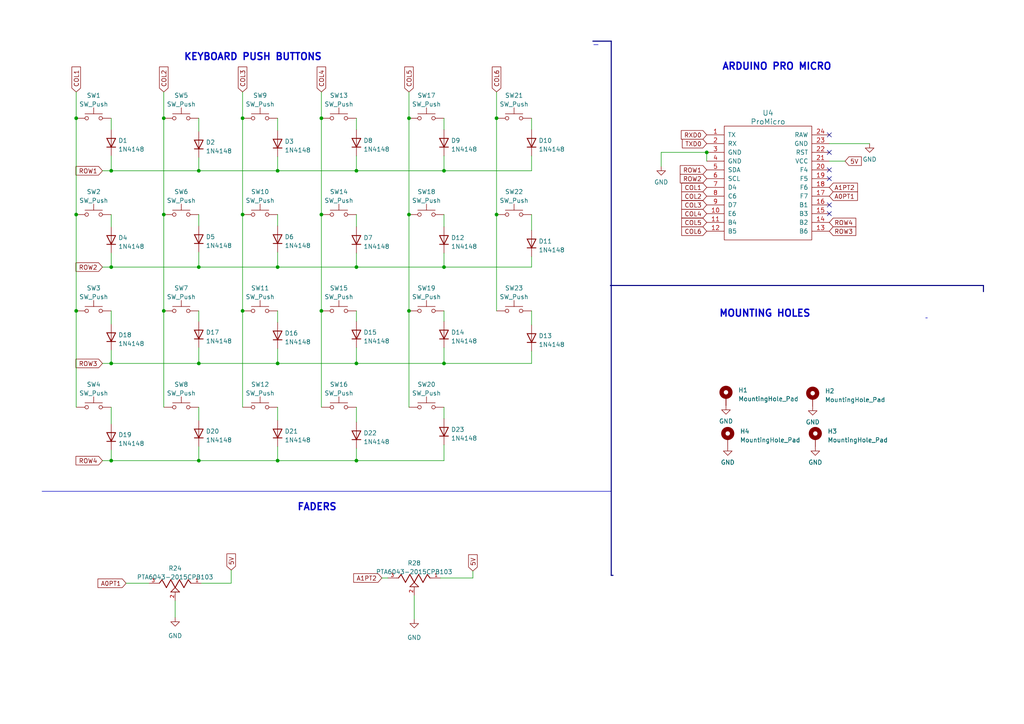
<source format=kicad_sch>
(kicad_sch (version 20230121) (generator eeschema)
  (paper "A4")
  (title_block (title "6*4 Keyboard Matrix") (date "2024-05-02") (rev "1.2") (company "Anmart Developers LTD") (comment 1 "https://anmart.co.ke"))
  (lib_symbols
    (symbol "Diode:1N4148" (pin_numbers hide) (pin_names hide)
      (property "Reference" "D" (at 0 2.54 0))
      (property "Value" "1N4148" (at 0 -2.54 0))
      (symbol "1N4148_0_1"
        (polyline (pts (xy -1.27 1.27) (xy -1.27 -1.27)) (stroke (width 0.254)))
        (polyline (pts (xy 1.27 0) (xy -1.27 0)))
        (polyline (pts (xy 1.27 1.27) (xy 1.27 -1.27) (xy -1.27 0) (xy 1.27 1.27)) (stroke (width 0.254)))
      )
      (symbol "1N4148_1_1"
        (pin passive line (at -3.81 0 0) (length 2.54) (name "K") (number "1"))
        (pin passive line (at 3.81 0 180) (length 2.54) (name "A") (number "2"))
      )
    )
    (symbol "Mechanical:MountingHole_Pad" (pin_numbers hide) (pin_names (offset 1.016) hide)
      (property "Reference" "H" (at 0 6.35 0))
      (property "Value" "MountingHole_Pad" (at 0 4.445 0))
      (symbol "MountingHole_Pad_0_1"
        (circle (center 0 1.27) (radius 1.27) (stroke (width 1.27)))
      )
      (symbol "MountingHole_Pad_1_1"
        (pin input line (at 0 -2.54 90) (length 2.54) (name "1") (number "1"))
      )
    )
    (symbol "PTA6043-2015CPB103:PTA6043-2015CPB103" (pin_names (offset 1.016))
      (property "Reference" "R" (at -5.08 5.08 0))
      (property "Value" "PTA6043-2015CPB103" (at -5.08 2.54 0))
      (symbol "PTA6043-2015CPB103_0_0"
        (polyline (pts (xy -5.08 0) (xy -4.572 0)) (stroke (width 0.1524)))
        (polyline (pts (xy -4.572 0) (xy -3.81 1.016)) (stroke (width 0.254)))
        (polyline (pts (xy -3.81 1.016) (xy -2.54 -1.27)) (stroke (width 0.254)))
        (polyline (pts (xy -2.54 -1.27) (xy -1.27 1.016)) (stroke (width 0.254)))
        (polyline (pts (xy -1.27 -2.54) (xy 0 -1.27)) (stroke (width 0.2032)))
        (polyline (pts (xy -1.27 1.016) (xy 0 -1.27)) (stroke (width 0.254)))
        (polyline (pts (xy 0 -1.27) (xy 1.27 -2.54)) (stroke (width 0.2032)))
        (polyline (pts (xy 0 -1.27) (xy 1.27 1.016)) (stroke (width 0.254)))
        (polyline (pts (xy 1.27 -2.54) (xy -1.27 -2.54)) (stroke (width 0.2032)))
        (polyline (pts (xy 1.27 1.016) (xy 2.54 -1.27)) (stroke (width 0.254)))
        (polyline (pts (xy 2.54 -1.27) (xy 3.81 1.016)) (stroke (width 0.254)))
        (polyline (pts (xy 3.81 1.016) (xy 4.572 0)) (stroke (width 0.254)))
        (polyline (pts (xy 4.572 0) (xy 5.08 0)) (stroke (width 0.1524)))
        (pin passive line (at 7.62 0 180) (length 2.54) (name "~") (number "1"))
        (pin passive line (at 0 -5.08 90) (length 2.54) (name "~") (number "2"))
        (pin passive line (at -7.62 0 0) (length 2.54) (name "~") (number "3"))
      )
    )
    (symbol "Switch:SW_Push" (pin_numbers hide) (pin_names (offset 1.016) hide)
      (property "Reference" "SW" (at 1.27 2.54 0))
      (property "Value" "SW_Push" (at 0 -1.524 0))
      (symbol "SW_Push_0_1"
        (circle (center -2.032 0) (radius 0.508))
        (polyline (pts (xy 0 1.27) (xy 0 3.048)))
        (polyline (pts (xy 2.54 1.27) (xy -2.54 1.27)))
        (circle (center 2.032 0) (radius 0.508))
        (pin passive line (at -5.08 0 0) (length 2.54) (name "1") (number "1"))
        (pin passive line (at 5.08 0 180) (length 2.54) (name "2") (number "2"))
      )
    )
    (symbol "power:GND" (power) (pin_names (offset 0))
      (property "Value" "GND" (at 0 -3.81 0))
      (symbol "GND_0_1"
        (polyline (pts (xy 0 0) (xy 0 -1.27) (xy 1.27 -1.27) (xy 0 -2.54) (xy -1.27 -1.27) (xy 0 -1.27)))
      )
      (symbol "GND_1_1"
        (pin power_in line (at 0 0 270) (length 0) hide (name "GND") (number "1"))
      )
    )
    (symbol "promicro:ProMicro" (pin_names (offset 1.016))
      (property "Reference" "U" (at 0 24.13 0))
      (property "Value" "ProMicro" (at 0 -13.97 0))
      (symbol "ProMicro_0_1"
        (rectangle (start -12.7 21.59) (end 12.7 -11.43))
      )
      (symbol "ProMicro_1_1"
        (pin bidirectional line (at -17.78 19.05 0) (length 5.08) (name "TX") (number "1"))
        (pin bidirectional line (at -17.78 -3.81 0) (length 5.08) (name "E6") (number "10"))
        (pin bidirectional line (at -17.78 -6.35 0) (length 5.08) (name "B4") (number "11"))
        (pin bidirectional line (at -17.78 -8.89 0) (length 5.08) (name "B5") (number "12"))
        (pin bidirectional line (at 17.78 -8.89 180) (length 5.08) (name "B6") (number "13"))
        (pin bidirectional line (at 17.78 -6.35 180) (length 5.08) (name "B2") (number "14"))
        (pin bidirectional line (at 17.78 -3.81 180) (length 5.08) (name "B3") (number "15"))
        (pin bidirectional line (at 17.78 -1.27 180) (length 5.08) (name "B1") (number "16"))
        (pin bidirectional line (at 17.78 1.27 180) (length 5.08) (name "F7") (number "17"))
        (pin bidirectional line (at 17.78 3.81 180) (length 5.08) (name "F6") (number "18"))
        (pin bidirectional line (at 17.78 6.35 180) (length 5.08) (name "F5") (number "19"))
        (pin bidirectional line (at -17.78 16.51 0) (length 5.08) (name "RX") (number "2"))
        (pin bidirectional line (at 17.78 8.89 180) (length 5.08) (name "F4") (number "20"))
        (pin power_in line (at 17.78 11.43 180) (length 5.08) (name "VCC") (number "21"))
        (pin input line (at 17.78 13.97 180) (length 5.08) (name "RST") (number "22"))
        (pin power_in line (at 17.78 16.51 180) (length 5.08) (name "GND") (number "23"))
        (pin power_out line (at 17.78 19.05 180) (length 5.08) (name "RAW") (number "24"))
        (pin power_in line (at -17.78 13.97 0) (length 5.08) (name "GND") (number "3"))
        (pin power_in line (at -17.78 11.43 0) (length 5.08) (name "GND") (number "4"))
        (pin bidirectional line (at -17.78 8.89 0) (length 5.08) (name "SDA") (number "5"))
        (pin bidirectional line (at -17.78 6.35 0) (length 5.08) (name "SCL") (number "6"))
        (pin bidirectional line (at -17.78 3.81 0) (length 5.08) (name "D4") (number "7"))
        (pin bidirectional line (at -17.78 1.27 0) (length 5.08) (name "C6") (number "8"))
        (pin bidirectional line (at -17.78 -1.27 0) (length 5.08) (name "D7") (number "9"))
      )
    )
  )
  (junction (at 32.258 49.53))
  (junction (at 70.358 34.29))
  (junction (at 93.218 62.23))
  (junction (at 32.258 133.604))
  (junction (at 118.618 62.23))
  (junction (at 118.618 34.29))
  (junction (at 57.658 77.47))
  (junction (at 103.378 133.604))
  (junction (at 22.098 34.29))
  (junction (at 57.658 49.53))
  (junction (at 80.518 133.604))
  (junction (at 93.218 34.29))
  (junction (at 22.098 62.23))
  (junction (at 57.658 105.41))
  (junction (at 103.378 49.53))
  (junction (at 22.098 90.17))
  (junction (at 32.258 77.47))
  (junction (at 47.498 62.23))
  (junction (at 144.018 34.29))
  (junction (at 128.778 49.53))
  (junction (at 128.778 77.47))
  (junction (at 144.018 62.23))
  (junction (at 70.358 62.23))
  (junction (at 93.218 90.17))
  (junction (at 80.518 105.41))
  (junction (at 103.378 77.47))
  (junction (at 70.358 90.17))
  (junction (at 47.498 90.17))
  (junction (at 32.258 105.41))
  (junction (at 103.378 105.41))
  (junction (at 47.498 34.29))
  (junction (at 57.658 133.604))
  (junction (at 80.518 49.53))
  (junction (at 204.978 44.196))
  (junction (at 128.778 105.41))
  (junction (at 118.618 90.17))
  (junction (at 80.518 77.47))
  (no_connect (at 240.538 39.116))
  (no_connect (at 240.538 49.276))
  (no_connect (at 240.538 44.196))
  (no_connect (at 240.538 51.816))
  (no_connect (at 240.538 59.436))
  (no_connect (at 240.538 61.976))
  (wire (pts (xy 154.178 74.422) (xy 154.178 77.47)))
  (wire (pts (xy 128.778 129.032) (xy 128.778 133.604)))
  (wire (pts (xy 93.218 90.17) (xy 93.218 118.11)))
  (wire (pts (xy 80.518 49.53) (xy 103.378 49.53)))
  (wire (pts (xy 154.178 90.17) (xy 154.178 94.234)))
  (bus (pts (xy 177.292 166.878) (xy 177.8 166.878)))
  (wire (pts (xy 128.778 45.212) (xy 128.778 49.53)))
  (bus (pts (xy 171.958 11.938) (xy 177.292 11.938)))
  (wire (pts (xy 57.658 49.53) (xy 80.518 49.53)))
  (wire (pts (xy 32.258 77.47) (xy 57.658 77.47)))
  (polyline (pts (xy 172.212 12.954) (xy 173.482 12.954)))
  (wire (pts (xy 22.098 62.23) (xy 22.098 90.17)))
  (bus (pts (xy 177.038 82.804) (xy 285.242 82.804)))
  (wire (pts (xy 47.498 26.67) (xy 47.498 34.29)))
  (wire (pts (xy 70.358 26.67) (xy 70.358 34.29)))
  (wire (pts (xy 80.518 133.604) (xy 103.378 133.604)))
  (wire (pts (xy 36.576 169.164) (xy 43.18 169.164)))
  (wire (pts (xy 128.778 49.53) (xy 154.178 49.53)))
  (wire (pts (xy 57.658 100.838) (xy 57.658 105.41)))
  (wire (pts (xy 93.218 34.29) (xy 93.218 62.23)))
  (polyline (pts (xy 102.362 284.988) (xy 102.87 284.988)))
  (wire (pts (xy 128.778 73.406) (xy 128.778 77.47)))
  (wire (pts (xy 128.778 105.41) (xy 154.178 105.41)))
  (wire (pts (xy 32.258 90.17) (xy 32.258 93.98)))
  (wire (pts (xy 29.718 133.604) (xy 32.258 133.604)))
  (wire (pts (xy 29.718 105.41) (xy 32.258 105.41)))
  (wire (pts (xy 103.378 130.048) (xy 103.378 133.604)))
  (wire (pts (xy 240.538 46.736) (xy 245.11 46.736)))
  (wire (pts (xy 103.378 100.838) (xy 103.378 105.41)))
  (wire (pts (xy 204.978 44.196) (xy 204.978 46.736)))
  (wire (pts (xy 70.358 62.23) (xy 70.358 90.17)))
  (wire (pts (xy 57.658 118.11) (xy 57.658 121.92)))
  (wire (pts (xy 67.056 165.354) (xy 67.056 169.164)))
  (wire (pts (xy 154.178 62.23) (xy 154.178 66.802)))
  (wire (pts (xy 47.498 62.23) (xy 47.498 90.17)))
  (wire (pts (xy 32.258 73.406) (xy 32.258 77.47)))
  (wire (pts (xy 128.778 77.47) (xy 154.178 77.47)))
  (wire (pts (xy 154.178 34.29) (xy 154.178 37.592)))
  (wire (pts (xy 80.518 129.54) (xy 80.518 133.604)))
  (wire (pts (xy 70.358 34.29) (xy 70.358 62.23)))
  (wire (pts (xy 103.378 45.212) (xy 103.378 49.53)))
  (wire (pts (xy 29.718 77.47) (xy 32.258 77.47)))
  (bus (pts (xy 177.292 11.938) (xy 177.292 166.878)))
  (wire (pts (xy 93.218 62.23) (xy 93.218 90.17)))
  (wire (pts (xy 103.378 73.406) (xy 103.378 77.47)))
  (wire (pts (xy 80.518 77.47) (xy 103.378 77.47)))
  (wire (pts (xy 93.218 26.67) (xy 93.218 34.29)))
  (polyline (pts (xy 12.192 142.494) (xy 177.292 142.494)))
  (wire (pts (xy 120.142 179.578) (xy 120.142 172.72)))
  (polyline (pts (xy 177.292 142.494) (xy 177.292 142.748)))
  (wire (pts (xy 137.16 167.64) (xy 127.762 167.64)))
  (wire (pts (xy 32.258 49.53) (xy 57.658 49.53)))
  (wire (pts (xy 57.658 45.72) (xy 57.658 49.53)))
  (wire (pts (xy 80.518 34.29) (xy 80.518 37.846)))
  (wire (pts (xy 118.618 26.67) (xy 118.618 34.29)))
  (wire (pts (xy 80.518 62.23) (xy 80.518 65.532)))
  (wire (pts (xy 32.258 101.6) (xy 32.258 105.41)))
  (wire (pts (xy 240.538 41.656) (xy 252.222 41.656)))
  (wire (pts (xy 47.498 34.29) (xy 47.498 62.23)))
  (wire (pts (xy 57.658 34.29) (xy 57.658 38.1)))
  (wire (pts (xy 80.518 45.466) (xy 80.518 49.53)))
  (wire (pts (xy 80.518 118.11) (xy 80.518 121.92)))
  (wire (pts (xy 22.098 34.29) (xy 22.098 62.23)))
  (wire (pts (xy 103.378 90.17) (xy 103.378 93.218)))
  (wire (pts (xy 57.658 105.41) (xy 80.518 105.41)))
  (wire (pts (xy 32.258 130.556) (xy 32.258 133.604)))
  (wire (pts (xy 57.658 73.152) (xy 57.658 77.47)))
  (wire (pts (xy 128.778 100.838) (xy 128.778 105.41)))
  (wire (pts (xy 118.618 34.29) (xy 118.618 62.23)))
  (wire (pts (xy 191.77 44.196) (xy 191.77 48.26)))
  (wire (pts (xy 57.658 129.54) (xy 57.658 133.604)))
  (wire (pts (xy 128.778 118.11) (xy 128.778 121.412)))
  (wire (pts (xy 32.258 45.212) (xy 32.258 49.53)))
  (wire (pts (xy 80.518 101.092) (xy 80.518 105.41)))
  (wire (pts (xy 128.778 34.29) (xy 128.778 37.592)))
  (wire (pts (xy 144.018 34.29) (xy 144.018 62.23)))
  (wire (pts (xy 144.018 62.23) (xy 144.018 90.17)))
  (wire (pts (xy 70.358 90.17) (xy 70.358 118.11)))
  (wire (pts (xy 118.618 62.23) (xy 118.618 90.17)))
  (wire (pts (xy 103.378 133.604) (xy 128.778 133.604)))
  (wire (pts (xy 103.378 118.11) (xy 103.378 122.428)))
  (wire (pts (xy 32.258 133.604) (xy 57.658 133.604)))
  (wire (pts (xy 103.378 77.47) (xy 128.778 77.47)))
  (bus (pts (xy 285.242 82.804) (xy 285.242 84.582)))
  (wire (pts (xy 80.518 73.152) (xy 80.518 77.47)))
  (wire (pts (xy 103.378 34.29) (xy 103.378 37.592)))
  (wire (pts (xy 47.498 90.17) (xy 47.498 118.11)))
  (wire (pts (xy 32.258 62.23) (xy 32.258 65.786)))
  (wire (pts (xy 22.098 90.17) (xy 22.098 118.11)))
  (wire (pts (xy 67.056 169.164) (xy 58.42 169.164)))
  (wire (pts (xy 22.098 26.67) (xy 22.098 34.29)))
  (wire (pts (xy 128.778 90.17) (xy 128.778 93.218)))
  (wire (pts (xy 103.378 49.53) (xy 128.778 49.53)))
  (wire (pts (xy 32.258 105.41) (xy 57.658 105.41)))
  (wire (pts (xy 32.258 118.11) (xy 32.258 122.936)))
  (wire (pts (xy 128.778 62.23) (xy 128.778 65.786)))
  (wire (pts (xy 57.658 77.47) (xy 80.518 77.47)))
  (wire (pts (xy 110.744 167.64) (xy 112.522 167.64)))
  (wire (pts (xy 57.658 90.17) (xy 57.658 93.218)))
  (wire (pts (xy 204.978 44.196) (xy 191.77 44.196)))
  (wire (pts (xy 154.178 45.212) (xy 154.178 49.53)))
  (polyline (pts (xy 172.212 286.512) (xy 173.99 286.512)))
  (wire (pts (xy 80.518 90.17) (xy 80.518 93.472)))
  (wire (pts (xy 80.518 105.41) (xy 103.378 105.41)))
  (wire (pts (xy 103.378 105.41) (xy 128.778 105.41)))
  (polyline (pts (xy 268.478 92.202) (xy 268.986 92.202)))
  (wire (pts (xy 29.718 49.53) (xy 32.258 49.53)))
  (wire (pts (xy 32.258 34.29) (xy 32.258 37.592)))
  (wire (pts (xy 118.618 90.17) (xy 118.618 118.11)))
  (wire (pts (xy 137.16 165.608) (xy 137.16 167.64)))
  (wire (pts (xy 154.178 101.854) (xy 154.178 105.41)))
  (wire (pts (xy 103.378 62.23) (xy 103.378 65.786)))
  (polyline (pts (xy 407.924 173.99) (xy 407.924 174.244)))
  (wire (pts (xy 144.018 26.67) (xy 144.018 34.29)))
  (wire (pts (xy 50.8 179.07) (xy 50.8 174.244)))
  (wire (pts (xy 57.658 62.23) (xy 57.658 65.532)))
  (wire (pts (xy 57.658 133.604) (xy 80.518 133.604)))
  (text "KEYBOARD PUSH BUTTONS" (at 93.472 17.78 0) (effects (font (size 2 2) (thickness 0.4) bold) (justify right bottom)))
  (text "MOUNTING HOLES" (at 235.204 92.202 0) (effects (font (size 2 2) (thickness 0.4) bold) (justify right bottom)))
  (text "ARDUINO PRO MICRO" (at 241.3 20.574 0) (effects (font (size 2 2) (thickness 0.4) bold) (justify right bottom)))
  (text "FADERS\n" (at 97.79 148.336 0) (effects (font (size 2 2) (thickness 0.4) bold) (justify right bottom)))
  (global_label "COL3" (shape input) (at 204.978 59.436 180) (property "Intersheetrefs" "${INTERSHEET_REFS}" (effects hide)))
  (global_label "COL1" (shape input) (at 204.978 54.356 180) (property "Intersheetrefs" "${INTERSHEET_REFS}" (effects hide)))
  (global_label "5V" (shape input) (at 137.16 165.608 90) (property "Intersheetrefs" "${INTERSHEET_REFS}" (effects hide)))
  (global_label "COL4" (shape input) (at 204.978 61.976 180) (property "Intersheetrefs" "${INTERSHEET_REFS}" (effects hide)))
  (global_label "A0PT1" (shape input) (at 240.538 56.896 0) (property "Intersheetrefs" "${INTERSHEET_REFS}" (effects hide)))
  (global_label "RXD0" (shape input) (at 204.978 39.116 180) (property "Intersheetrefs" "${INTERSHEET_REFS}" (effects hide)))
  (global_label "ROW4" (shape input) (at 240.538 64.516 0) (property "Intersheetrefs" "${INTERSHEET_REFS}" (effects hide)))
  (global_label "ROW2" (shape input) (at 204.978 51.816 180) (property "Intersheetrefs" "${INTERSHEET_REFS}" (effects hide)))
  (global_label "ROW2" (shape input) (at 29.718 77.47 180) (property "Intersheetrefs" "${INTERSHEET_REFS}" (effects hide)))
  (global_label "COL6" (shape input) (at 144.018 26.67 90) (property "Intersheetrefs" "${INTERSHEET_REFS}" (effects hide)))
  (global_label "COL1" (shape input) (at 22.098 26.67 90) (property "Intersheetrefs" "${INTERSHEET_REFS}" (effects hide)))
  (global_label "ROW4" (shape input) (at 29.718 133.604 180) (property "Intersheetrefs" "${INTERSHEET_REFS}" (effects hide)))
  (global_label "ROW3" (shape input) (at 240.538 67.056 0) (property "Intersheetrefs" "${INTERSHEET_REFS}" (effects hide)))
  (global_label "A1PT2" (shape input) (at 110.744 167.64 180) (property "Intersheetrefs" "${INTERSHEET_REFS}" (effects hide)))
  (global_label "A0PT1" (shape input) (at 36.576 169.164 180) (property "Intersheetrefs" "${INTERSHEET_REFS}" (effects hide)))
  (global_label "A1PT2" (shape input) (at 240.538 54.356 0) (property "Intersheetrefs" "${INTERSHEET_REFS}" (effects hide)))
  (global_label "TXD0" (shape input) (at 204.978 41.656 180) (property "Intersheetrefs" "${INTERSHEET_REFS}" (effects hide)))
  (global_label "COL5" (shape input) (at 118.618 26.67 90) (property "Intersheetrefs" "${INTERSHEET_REFS}" (effects hide)))
  (global_label "COL4" (shape input) (at 93.218 26.67 90) (property "Intersheetrefs" "${INTERSHEET_REFS}" (effects hide)))
  (global_label "ROW1" (shape input) (at 204.978 49.276 180) (property "Intersheetrefs" "${INTERSHEET_REFS}" (effects hide)))
  (global_label "ROW3" (shape input) (at 29.718 105.41 180) (property "Intersheetrefs" "${INTERSHEET_REFS}" (effects hide)))
  (global_label "5V" (shape input) (at 67.056 165.354 90) (property "Intersheetrefs" "${INTERSHEET_REFS}" (effects hide)))
  (global_label "COL2" (shape input) (at 204.978 56.896 180) (property "Intersheetrefs" "${INTERSHEET_REFS}" (effects hide)))
  (global_label "COL2" (shape input) (at 47.498 26.67 90) (property "Intersheetrefs" "${INTERSHEET_REFS}" (effects hide)))
  (global_label "ROW1" (shape input) (at 29.718 49.53 180) (property "Intersheetrefs" "${INTERSHEET_REFS}" (effects hide)))
  (global_label "COL5" (shape input) (at 204.978 64.516 180) (property "Intersheetrefs" "${INTERSHEET_REFS}" (effects hide)))
  (global_label "COL6" (shape input) (at 204.978 67.056 180) (property "Intersheetrefs" "${INTERSHEET_REFS}" (effects hide)))
  (global_label "5V" (shape input) (at 245.11 46.736 0) (property "Intersheetrefs" "${INTERSHEET_REFS}" (effects hide)))
  (global_label "COL3" (shape input) (at 70.358 26.67 90) (property "Intersheetrefs" "${INTERSHEET_REFS}" (effects hide)))
  (symbol (lib_id "Diode:1N4148") (at 154.178 41.402 90) (unit 1)
    (property "Reference" "D10" (at 156.21 40.767 90) (effects (justify right)))
    (property "Value" "1N4148" (at 156.21 43.307 90) (effects (justify right)))
    (property "Footprint" "Diode_SMD:D_0603_1608Metric" (effects hide))
    (property "Datasheet" "https://assets.nexperia.com/documents/data-sheet/1N4148_1N4448.pdf" (effects hide))
    (property "Sim.Device" "D" (effects hide))
    (property "Sim.Pins" "1=K 2=A" (effects hide))
  )
  (symbol (lib_id "Switch:SW_Push") (at 75.438 34.29 0) (unit 1)
    (property "Reference" "SW9" (at 75.438 27.686 0))
    (property "Value" "SW_Push" (at 75.438 30.226 0))
    (property "Footprint" "Button_Switch_Keyboard:SW_Cherry_MX_1.00u_PCB" (effects hide))
  )
  (symbol (lib_id "Switch:SW_Push") (at 149.098 34.29 0) (unit 1)
    (property "Reference" "SW21" (at 149.098 27.686 0))
    (property "Value" "SW_Push" (at 149.098 30.226 0))
    (property "Footprint" "Button_Switch_Keyboard:SW_Cherry_MX_1.00u_PCB" (effects hide))
  )
  (symbol (lib_id "Diode:1N4148") (at 80.518 125.73 90) (unit 1)
    (property "Reference" "D21" (at 82.55 125.095 90) (effects (justify right)))
    (property "Value" "1N4148" (at 82.55 127.635 90) (effects (justify right)))
    (property "Footprint" "Diode_SMD:D_0603_1608Metric" (effects hide))
    (property "Datasheet" "https://assets.nexperia.com/documents/data-sheet/1N4148_1N4448.pdf" (effects hide))
    (property "Sim.Device" "D" (effects hide))
    (property "Sim.Pins" "1=K 2=A" (effects hide))
  )
  (symbol (lib_id "Diode:1N4148") (at 103.378 97.028 90) (unit 1)
    (property "Reference" "D15" (at 105.41 96.393 90) (effects (justify right)))
    (property "Value" "1N4148" (at 105.41 98.933 90) (effects (justify right)))
    (property "Footprint" "Diode_SMD:D_0603_1608Metric" (effects hide))
    (property "Datasheet" "https://assets.nexperia.com/documents/data-sheet/1N4148_1N4448.pdf" (effects hide))
    (property "Sim.Device" "D" (effects hide))
    (property "Sim.Pins" "1=K 2=A" (effects hide))
  )
  (symbol (lib_id "Diode:1N4148") (at 32.258 126.746 90) (unit 1)
    (property "Reference" "D19" (at 34.29 126.111 90) (effects (justify right)))
    (property "Value" "1N4148" (at 34.29 128.651 90) (effects (justify right)))
    (property "Footprint" "Diode_SMD:D_0603_1608Metric" (effects hide))
    (property "Datasheet" "https://assets.nexperia.com/documents/data-sheet/1N4148_1N4448.pdf" (effects hide))
    (property "Sim.Device" "D" (effects hide))
    (property "Sim.Pins" "1=K 2=A" (effects hide))
  )
  (symbol (lib_id "Diode:1N4148") (at 154.178 70.612 90) (unit 1)
    (property "Reference" "D11" (at 156.21 69.977 90) (effects (justify right)))
    (property "Value" "1N4148" (at 156.21 72.517 90) (effects (justify right)))
    (property "Footprint" "Diode_SMD:D_0603_1608Metric" (effects hide))
    (property "Datasheet" "https://assets.nexperia.com/documents/data-sheet/1N4148_1N4448.pdf" (effects hide))
    (property "Sim.Device" "D" (effects hide))
    (property "Sim.Pins" "1=K 2=A" (effects hide))
  )
  (symbol (lib_id "Switch:SW_Push") (at 52.578 118.11 0) (unit 1)
    (property "Reference" "SW8" (at 52.578 111.506 0))
    (property "Value" "SW_Push" (at 52.578 114.046 0))
    (property "Footprint" "Button_Switch_Keyboard:SW_Cherry_MX_1.00u_PCB" (effects hide))
  )
  (symbol (lib_id "Mechanical:MountingHole_Pad") (at 235.712 115.316 0) (unit 1)
    (property "Reference" "H2" (at 239.268 113.411 0) (effects (justify left)))
    (property "Value" "MountingHole_Pad" (at 239.268 115.951 0) (effects (justify left)))
    (property "Footprint" "MountingHole:MountingHole_2.7mm_M2.5_Pad_Via" (effects hide))
  )
  (symbol (lib_id "power:GND") (at 191.77 48.26 0) (unit 1)
    (property "Reference" "#PWR019" (effects hide))
    (property "Value" "GND" (at 191.77 52.832 0))
  )
  (symbol (lib_id "Switch:SW_Push") (at 123.698 62.23 0) (unit 1)
    (property "Reference" "SW18" (at 123.698 55.626 0))
    (property "Value" "SW_Push" (at 123.698 58.166 0))
    (property "Footprint" "Button_Switch_Keyboard:SW_Cherry_MX_1.00u_PCB" (effects hide))
  )
  (symbol (lib_id "Switch:SW_Push") (at 27.178 34.29 0) (unit 1)
    (property "Reference" "SW1" (at 27.178 27.686 0))
    (property "Value" "SW_Push" (at 27.178 30.226 0))
    (property "Footprint" "Button_Switch_Keyboard:SW_Cherry_MX_1.00u_PCB" (effects hide))
  )
  (symbol (lib_id "Diode:1N4148") (at 154.178 98.044 90) (unit 1)
    (property "Reference" "D13" (at 156.21 97.409 90) (effects (justify right)))
    (property "Value" "1N4148" (at 156.21 99.949 90) (effects (justify right)))
    (property "Footprint" "Diode_SMD:D_0603_1608Metric" (effects hide))
    (property "Datasheet" "https://assets.nexperia.com/documents/data-sheet/1N4148_1N4448.pdf" (effects hide))
    (property "Sim.Device" "D" (effects hide))
    (property "Sim.Pins" "1=K 2=A" (effects hide))
  )
  (symbol (lib_id "Switch:SW_Push") (at 75.438 62.23 0) (unit 1)
    (property "Reference" "SW10" (at 75.438 55.626 0))
    (property "Value" "SW_Push" (at 75.438 58.166 0))
    (property "Footprint" "Button_Switch_Keyboard:SW_Cherry_MX_1.00u_PCB" (effects hide))
  )
  (symbol (lib_id "power:GND") (at 236.474 129.54 0) (unit 1)
    (property "Reference" "#PWR03" (effects hide))
    (property "Value" "GND" (at 236.474 134.112 0))
  )
  (symbol (lib_id "power:GND") (at 211.074 129.54 0) (unit 1)
    (property "Reference" "#PWR04" (effects hide))
    (property "Value" "GND" (at 211.074 134.112 0))
  )
  (symbol (lib_id "Diode:1N4148") (at 103.378 69.596 90) (unit 1)
    (property "Reference" "D7" (at 105.41 68.961 90) (effects (justify right)))
    (property "Value" "1N4148" (at 105.41 71.501 90) (effects (justify right)))
    (property "Footprint" "Diode_SMD:D_0603_1608Metric" (effects hide))
    (property "Datasheet" "https://assets.nexperia.com/documents/data-sheet/1N4148_1N4448.pdf" (effects hide))
    (property "Sim.Device" "D" (effects hide))
    (property "Sim.Pins" "1=K 2=A" (effects hide))
  )
  (symbol (lib_id "Switch:SW_Push") (at 52.578 34.29 0) (unit 1)
    (property "Reference" "SW5" (at 52.578 27.686 0))
    (property "Value" "SW_Push" (at 52.578 30.226 0))
    (property "Footprint" "Button_Switch_Keyboard:SW_Cherry_MX_1.00u_PCB" (effects hide))
  )
  (symbol (lib_id "Diode:1N4148") (at 128.778 97.028 90) (unit 1)
    (property "Reference" "D14" (at 130.81 96.393 90) (effects (justify right)))
    (property "Value" "1N4148" (at 130.81 98.933 90) (effects (justify right)))
    (property "Footprint" "Diode_SMD:D_0603_1608Metric" (effects hide))
    (property "Datasheet" "https://assets.nexperia.com/documents/data-sheet/1N4148_1N4448.pdf" (effects hide))
    (property "Sim.Device" "D" (effects hide))
    (property "Sim.Pins" "1=K 2=A" (effects hide))
  )
  (symbol (lib_id "PTA6043-2015CPB103:PTA6043-2015CPB103") (at 120.142 167.64 0) (unit 1)
    (property "Reference" "R28" (at 120.142 163.322 0))
    (property "Value" "PTA6043-2015CPB103" (at 120.142 165.862 0))
    (property "Footprint" "Potentiometer_THT:Potentiometer_Bourns_PTA6043_Single_Slide" (effects hide))
    (property "MF" "Bourns" (effects hide))
    (property "MAXIMUM_PACKAGE_HEIGHT" "16.90mm" (effects hide))
    (property "Package" "None" (effects hide))
    (property "Price" "None" (effects hide))
    (property "Check_prices" "https://www.snapeda.com/parts/PTA6043-2015CPB103/Bourns/view-part/?ref=eda" (effects hide))
    (property "STANDARD" "Manufacturer Recommendations" (effects hide))
    (property "PARTREV" "04/21" (effects hide))
    (property "SnapEDA_Link" "https://www.snapeda.com/parts/PTA6043-2015CPB103/Bourns/view-part/?ref=snap" (effects hide))
    (property "MP" "PTA6043-2015CPB103" (effects hide))
    (property "Purchase-URL" "https://www.snapeda.com/api/url_track_click_mouser/?unipart_id=424132&manufacturer=Bourns&part_name=PTA6043-2015CPB103&search_term=potentiometer_bourns_pta6043_single_slide" (effects hide))
    (property "Description" "\n10 kOhms 0.25W, 1/4W Through Hole Slide Potentiometer Top Adjustment Type\n" (effects hide))
    (property "Availability" "In Stock" (effects hide))
    (property "MANUFACTURER" "Bourns" (effects hide))
  )
  (symbol (lib_id "Diode:1N4148") (at 103.378 41.402 90) (unit 1)
    (property "Reference" "D8" (at 105.41 40.767 90) (effects (justify right)))
    (property "Value" "1N4148" (at 105.41 43.307 90) (effects (justify right)))
    (property "Footprint" "Diode_SMD:D_0603_1608Metric" (effects hide))
    (property "Datasheet" "https://assets.nexperia.com/documents/data-sheet/1N4148_1N4448.pdf" (effects hide))
    (property "Sim.Device" "D" (effects hide))
    (property "Sim.Pins" "1=K 2=A" (effects hide))
  )
  (symbol (lib_id "Switch:SW_Push") (at 52.578 90.17 0) (unit 1)
    (property "Reference" "SW7" (at 52.578 83.566 0))
    (property "Value" "SW_Push" (at 52.578 86.106 0))
    (property "Footprint" "Button_Switch_Keyboard:SW_Cherry_MX_1.00u_PCB" (effects hide))
  )
  (symbol (lib_id "power:GND") (at 50.8 179.07 0) (unit 1)
    (property "Reference" "#PWR08" (effects hide))
    (property "Value" "GND" (at 50.8 184.404 0))
  )
  (symbol (lib_id "Switch:SW_Push") (at 52.578 62.23 0) (unit 1)
    (property "Reference" "SW6" (at 52.578 55.626 0))
    (property "Value" "SW_Push" (at 52.578 58.166 0))
    (property "Footprint" "Button_Switch_Keyboard:SW_Cherry_MX_1.00u_PCB" (effects hide))
  )
  (symbol (lib_id "Diode:1N4148") (at 80.518 41.656 90) (unit 1)
    (property "Reference" "D3" (at 82.55 41.021 90) (effects (justify right)))
    (property "Value" "1N4148" (at 82.55 43.561 90) (effects (justify right)))
    (property "Footprint" "Diode_SMD:D_0603_1608Metric" (effects hide))
    (property "Datasheet" "https://assets.nexperia.com/documents/data-sheet/1N4148_1N4448.pdf" (effects hide))
    (property "Sim.Device" "D" (effects hide))
    (property "Sim.Pins" "1=K 2=A" (effects hide))
  )
  (symbol (lib_id "Diode:1N4148") (at 128.778 69.596 90) (unit 1)
    (property "Reference" "D12" (at 130.81 68.961 90) (effects (justify right)))
    (property "Value" "1N4148" (at 130.81 71.501 90) (effects (justify right)))
    (property "Footprint" "Diode_SMD:D_0603_1608Metric" (effects hide))
    (property "Datasheet" "https://assets.nexperia.com/documents/data-sheet/1N4148_1N4448.pdf" (effects hide))
    (property "Sim.Device" "D" (effects hide))
    (property "Sim.Pins" "1=K 2=A" (effects hide))
  )
  (symbol (lib_id "Diode:1N4148") (at 128.778 125.222 90) (unit 1)
    (property "Reference" "D23" (at 130.81 124.587 90) (effects (justify right)))
    (property "Value" "1N4148" (at 130.81 127.127 90) (effects (justify right)))
    (property "Footprint" "Diode_SMD:D_0603_1608Metric" (effects hide))
    (property "Datasheet" "https://assets.nexperia.com/documents/data-sheet/1N4148_1N4448.pdf" (effects hide))
    (property "Sim.Device" "D" (effects hide))
    (property "Sim.Pins" "1=K 2=A" (effects hide))
  )
  (symbol (lib_id "power:GND") (at 120.142 179.578 0) (unit 1)
    (property "Reference" "#PWR07" (effects hide))
    (property "Value" "GND" (at 120.142 184.912 0))
  )
  (symbol (lib_id "Diode:1N4148") (at 57.658 97.028 90) (unit 1)
    (property "Reference" "D17" (at 59.69 96.393 90) (effects (justify right)))
    (property "Value" "1N4148" (at 59.69 98.933 90) (effects (justify right)))
    (property "Footprint" "Diode_SMD:D_0603_1608Metric" (effects hide))
    (property "Datasheet" "https://assets.nexperia.com/documents/data-sheet/1N4148_1N4448.pdf" (effects hide))
    (property "Sim.Device" "D" (effects hide))
    (property "Sim.Pins" "1=K 2=A" (effects hide))
  )
  (symbol (lib_id "Switch:SW_Push") (at 149.098 62.23 0) (unit 1)
    (property "Reference" "SW22" (at 149.098 55.626 0))
    (property "Value" "SW_Push" (at 149.098 58.166 0))
    (property "Footprint" "Button_Switch_Keyboard:SW_Cherry_MX_1.00u_PCB" (effects hide))
  )
  (symbol (lib_id "Diode:1N4148") (at 80.518 97.282 90) (unit 1)
    (property "Reference" "D16" (at 82.55 96.647 90) (effects (justify right)))
    (property "Value" "1N4148" (at 82.55 99.187 90) (effects (justify right)))
    (property "Footprint" "Diode_SMD:D_0603_1608Metric" (effects hide))
    (property "Datasheet" "https://assets.nexperia.com/documents/data-sheet/1N4148_1N4448.pdf" (effects hide))
    (property "Sim.Device" "D" (effects hide))
    (property "Sim.Pins" "1=K 2=A" (effects hide))
  )
  (symbol (lib_id "power:GND") (at 252.222 41.656 0) (unit 1)
    (property "Reference" "#PWR020" (effects hide))
    (property "Value" "GND" (at 252.222 46.228 0))
  )
  (symbol (lib_id "Switch:SW_Push") (at 75.438 90.17 0) (unit 1)
    (property "Reference" "SW11" (at 75.438 83.566 0))
    (property "Value" "SW_Push" (at 75.438 86.106 0))
    (property "Footprint" "Button_Switch_Keyboard:SW_Cherry_MX_1.00u_PCB" (effects hide))
  )
  (symbol (lib_id "Diode:1N4148") (at 32.258 41.402 90) (unit 1)
    (property "Reference" "D1" (at 34.29 40.767 90) (effects (justify right)))
    (property "Value" "1N4148" (at 34.29 43.307 90) (effects (justify right)))
    (property "Footprint" "Diode_SMD:D_0603_1608Metric" (effects hide))
    (property "Datasheet" "https://assets.nexperia.com/documents/data-sheet/1N4148_1N4448.pdf" (effects hide))
    (property "Sim.Device" "D" (effects hide))
    (property "Sim.Pins" "1=K 2=A" (effects hide))
  )
  (symbol (lib_id "Diode:1N4148") (at 32.258 69.596 90) (unit 1)
    (property "Reference" "D4" (at 34.29 68.961 90) (effects (justify right)))
    (property "Value" "1N4148" (at 34.29 71.501 90) (effects (justify right)))
    (property "Footprint" "Diode_SMD:D_0603_1608Metric" (effects hide))
    (property "Datasheet" "https://assets.nexperia.com/documents/data-sheet/1N4148_1N4448.pdf" (effects hide))
    (property "Sim.Device" "D" (effects hide))
    (property "Sim.Pins" "1=K 2=A" (effects hide))
  )
  (symbol (lib_id "Switch:SW_Push") (at 123.698 118.11 0) (unit 1)
    (property "Reference" "SW20" (at 123.698 111.506 0))
    (property "Value" "SW_Push" (at 123.698 114.046 0))
    (property "Footprint" "Button_Switch_Keyboard:SW_Cherry_MX_1.00u_PCB" (effects hide))
  )
  (symbol (lib_id "Switch:SW_Push") (at 123.698 34.29 0) (unit 1)
    (property "Reference" "SW17" (at 123.698 27.686 0))
    (property "Value" "SW_Push" (at 123.698 30.226 0))
    (property "Footprint" "Button_Switch_Keyboard:SW_Cherry_MX_1.00u_PCB" (effects hide))
  )
  (symbol (lib_id "Switch:SW_Push") (at 98.298 90.17 0) (unit 1)
    (property "Reference" "SW15" (at 98.298 83.566 0))
    (property "Value" "SW_Push" (at 98.298 86.106 0))
    (property "Footprint" "Button_Switch_Keyboard:SW_Cherry_MX_1.00u_PCB" (effects hide))
  )
  (symbol (lib_id "Mechanical:MountingHole_Pad") (at 210.566 115.062 0) (unit 1)
    (property "Reference" "H1" (at 214.122 113.157 0) (effects (justify left)))
    (property "Value" "MountingHole_Pad" (at 214.122 115.697 0) (effects (justify left)))
    (property "Footprint" "MountingHole:MountingHole_2.7mm_M2.5_Pad_Via" (effects hide))
  )
  (symbol (lib_id "Mechanical:MountingHole_Pad") (at 211.074 127 0) (unit 1)
    (property "Reference" "H4" (at 214.63 125.095 0) (effects (justify left)))
    (property "Value" "MountingHole_Pad" (at 214.63 127.635 0) (effects (justify left)))
    (property "Footprint" "MountingHole:MountingHole_2.7mm_M2.5_Pad_Via" (effects hide))
  )
  (symbol (lib_id "Diode:1N4148") (at 80.518 69.342 90) (unit 1)
    (property "Reference" "D6" (at 82.55 68.707 90) (effects (justify right)))
    (property "Value" "1N4148" (at 82.55 71.247 90) (effects (justify right)))
    (property "Footprint" "Diode_SMD:D_0603_1608Metric" (effects hide))
    (property "Datasheet" "https://assets.nexperia.com/documents/data-sheet/1N4148_1N4448.pdf" (effects hide))
    (property "Sim.Device" "D" (effects hide))
    (property "Sim.Pins" "1=K 2=A" (effects hide))
  )
  (symbol (lib_id "Switch:SW_Push") (at 123.698 90.17 0) (unit 1)
    (property "Reference" "SW19" (at 123.698 83.566 0))
    (property "Value" "SW_Push" (at 123.698 86.106 0))
    (property "Footprint" "Button_Switch_Keyboard:SW_Cherry_MX_1.00u_PCB" (effects hide))
  )
  (symbol (lib_id "power:GND") (at 235.712 117.856 0) (unit 1)
    (property "Reference" "#PWR02" (effects hide))
    (property "Value" "GND" (at 235.712 122.428 0))
  )
  (symbol (lib_id "Mechanical:MountingHole_Pad") (at 236.474 127 0) (unit 1)
    (property "Reference" "H3" (at 240.03 125.095 0) (effects (justify left)))
    (property "Value" "MountingHole_Pad" (at 240.03 127.635 0) (effects (justify left)))
    (property "Footprint" "MountingHole:MountingHole_2.7mm_M2.5_Pad_Via" (effects hide))
  )
  (symbol (lib_id "PTA6043-2015CPB103:PTA6043-2015CPB103") (at 50.8 169.164 0) (unit 1)
    (property "Reference" "R24" (at 50.8 164.846 0))
    (property "Value" "PTA6043-2015CPB103" (at 50.8 167.386 0))
    (property "Footprint" "Potentiometer_THT:Potentiometer_Bourns_PTA6043_Single_Slide" (effects hide))
    (property "MF" "Bourns" (effects hide))
    (property "MAXIMUM_PACKAGE_HEIGHT" "16.90mm" (effects hide))
    (property "Package" "None" (effects hide))
    (property "Price" "None" (effects hide))
    (property "Check_prices" "https://www.snapeda.com/parts/PTA6043-2015CPB103/Bourns/view-part/?ref=eda" (effects hide))
    (property "STANDARD" "Manufacturer Recommendations" (effects hide))
    (property "PARTREV" "04/21" (effects hide))
    (property "SnapEDA_Link" "https://www.snapeda.com/parts/PTA6043-2015CPB103/Bourns/view-part/?ref=snap" (effects hide))
    (property "MP" "PTA6043-2015CPB103" (effects hide))
    (property "Purchase-URL" "https://www.snapeda.com/api/url_track_click_mouser/?unipart_id=424132&manufacturer=Bourns&part_name=PTA6043-2015CPB103&search_term=potentiometer_bourns_pta6043_single_slide" (effects hide))
    (property "Description" "\n10 kOhms 0.25W, 1/4W Through Hole Slide Potentiometer Top Adjustment Type\n" (effects hide))
    (property "Availability" "In Stock" (effects hide))
    (property "MANUFACTURER" "Bourns" (effects hide))
  )
  (symbol (lib_id "power:GND") (at 210.566 117.602 0) (unit 1)
    (property "Reference" "#PWR01" (effects hide))
    (property "Value" "GND" (at 210.566 122.174 0))
  )
  (symbol (lib_id "Switch:SW_Push") (at 98.298 34.29 0) (unit 1)
    (property "Reference" "SW13" (at 98.298 27.686 0))
    (property "Value" "SW_Push" (at 98.298 30.226 0))
    (property "Footprint" "Button_Switch_Keyboard:SW_Cherry_MX_1.00u_PCB" (effects hide))
  )
  (symbol (lib_id "Diode:1N4148") (at 32.258 97.79 90) (unit 1)
    (property "Reference" "D18" (at 34.29 97.155 90) (effects (justify right)))
    (property "Value" "1N4148" (at 34.29 99.695 90) (effects (justify right)))
    (property "Footprint" "Diode_SMD:D_0603_1608Metric" (effects hide))
    (property "Datasheet" "https://assets.nexperia.com/documents/data-sheet/1N4148_1N4448.pdf" (effects hide))
    (property "Sim.Device" "D" (effects hide))
    (property "Sim.Pins" "1=K 2=A" (effects hide))
  )
  (symbol (lib_id "Switch:SW_Push") (at 75.438 118.11 0) (unit 1)
    (property "Reference" "SW12" (at 75.438 111.506 0))
    (property "Value" "SW_Push" (at 75.438 114.046 0))
    (property "Footprint" "Button_Switch_Keyboard:SW_Cherry_MX_1.00u_PCB" (effects hide))
  )
  (symbol (lib_id "Switch:SW_Push") (at 27.178 90.17 0) (unit 1)
    (property "Reference" "SW3" (at 27.178 83.566 0))
    (property "Value" "SW_Push" (at 27.178 86.106 0))
    (property "Footprint" "Button_Switch_Keyboard:SW_Cherry_MX_1.00u_PCB" (effects hide))
  )
  (symbol (lib_id "promicro:ProMicro") (at 222.758 58.166 0) (unit 1)
    (property "Reference" "U4" (at 222.758 32.766 0) (effects (font (size 1.524 1.524))))
    (property "Value" "ProMicro" (at 222.758 35.306 0) (effects (font (size 1.524 1.524))))
    (property "Footprint" "promicro:ProMicro" (effects hide))
  )
  (symbol (lib_id "Diode:1N4148") (at 103.378 126.238 90) (unit 1)
    (property "Reference" "D22" (at 105.41 125.603 90) (effects (justify right)))
    (property "Value" "1N4148" (at 105.41 128.143 90) (effects (justify right)))
    (property "Footprint" "Diode_SMD:D_0603_1608Metric" (effects hide))
    (property "Datasheet" "https://assets.nexperia.com/documents/data-sheet/1N4148_1N4448.pdf" (effects hide))
    (property "Sim.Device" "D" (effects hide))
    (property "Sim.Pins" "1=K 2=A" (effects hide))
  )
  (symbol (lib_id "Switch:SW_Push") (at 98.298 62.23 0) (unit 1)
    (property "Reference" "SW14" (at 98.298 55.626 0))
    (property "Value" "SW_Push" (at 98.298 58.166 0))
    (property "Footprint" "Button_Switch_Keyboard:SW_Cherry_MX_1.00u_PCB" (effects hide))
  )
  (symbol (lib_id "Switch:SW_Push") (at 149.098 90.17 0) (unit 1)
    (property "Reference" "SW23" (at 149.098 83.566 0))
    (property "Value" "SW_Push" (at 149.098 86.106 0))
    (property "Footprint" "Button_Switch_Keyboard:SW_Cherry_MX_2.00u_Vertical_PCB" (effects hide))
  )
  (symbol (lib_id "Diode:1N4148") (at 57.658 69.342 90) (unit 1)
    (property "Reference" "D5" (at 59.69 68.707 90) (effects (justify right)))
    (property "Value" "1N4148" (at 59.69 71.247 90) (effects (justify right)))
    (property "Footprint" "Diode_SMD:D_0603_1608Metric" (effects hide))
    (property "Datasheet" "https://assets.nexperia.com/documents/data-sheet/1N4148_1N4448.pdf" (effects hide))
    (property "Sim.Device" "D" (effects hide))
    (property "Sim.Pins" "1=K 2=A" (effects hide))
  )
  (symbol (lib_id "Diode:1N4148") (at 128.778 41.402 90) (unit 1)
    (property "Reference" "D9" (at 130.81 40.767 90) (effects (justify right)))
    (property "Value" "1N4148" (at 130.81 43.307 90) (effects (justify right)))
    (property "Footprint" "Diode_SMD:D_0603_1608Metric" (effects hide))
    (property "Datasheet" "https://assets.nexperia.com/documents/data-sheet/1N4148_1N4448.pdf" (effects hide))
    (property "Sim.Device" "D" (effects hide))
    (property "Sim.Pins" "1=K 2=A" (effects hide))
  )
  (symbol (lib_id "Switch:SW_Push") (at 27.178 118.11 0) (unit 1)
    (property "Reference" "SW4" (at 27.178 111.506 0))
    (property "Value" "SW_Push" (at 27.178 114.046 0))
    (property "Footprint" "Button_Switch_Keyboard:SW_Cherry_MX_1.00u_PCB" (effects hide))
  )
  (symbol (lib_id "Switch:SW_Push") (at 27.178 62.23 0) (unit 1)
    (property "Reference" "SW2" (at 27.178 55.626 0))
    (property "Value" "SW_Push" (at 27.178 58.166 0))
    (property "Footprint" "Button_Switch_Keyboard:SW_Cherry_MX_1.00u_PCB" (effects hide))
  )
  (symbol (lib_id "Diode:1N4148") (at 57.658 125.73 90) (unit 1)
    (property "Reference" "D20" (at 59.69 125.095 90) (effects (justify right)))
    (property "Value" "1N4148" (at 59.69 127.635 90) (effects (justify right)))
    (property "Footprint" "Diode_SMD:D_0603_1608Metric" (effects hide))
    (property "Datasheet" "https://assets.nexperia.com/documents/data-sheet/1N4148_1N4448.pdf" (effects hide))
    (property "Sim.Device" "D" (effects hide))
    (property "Sim.Pins" "1=K 2=A" (effects hide))
  )
  (symbol (lib_id "Switch:SW_Push") (at 98.298 118.11 0) (unit 1)
    (property "Reference" "SW16" (at 98.298 111.506 0))
    (property "Value" "SW_Push" (at 98.298 114.046 0))
    (property "Footprint" "Button_Switch_Keyboard:SW_Cherry_MX_1.00u_PCB" (effects hide))
  )
  (symbol (lib_id "Diode:1N4148") (at 57.658 41.91 90) (unit 1)
    (property "Reference" "D2" (at 59.69 41.275 90) (effects (justify right)))
    (property "Value" "1N4148" (at 59.69 43.815 90) (effects (justify right)))
    (property "Footprint" "Diode_SMD:D_0603_1608Metric" (effects hide))
    (property "Datasheet" "https://assets.nexperia.com/documents/data-sheet/1N4148_1N4448.pdf" (effects hide))
    (property "Sim.Device" "D" (effects hide))
    (property "Sim.Pins" "1=K 2=A" (effects hide))
  )
)
</source>
